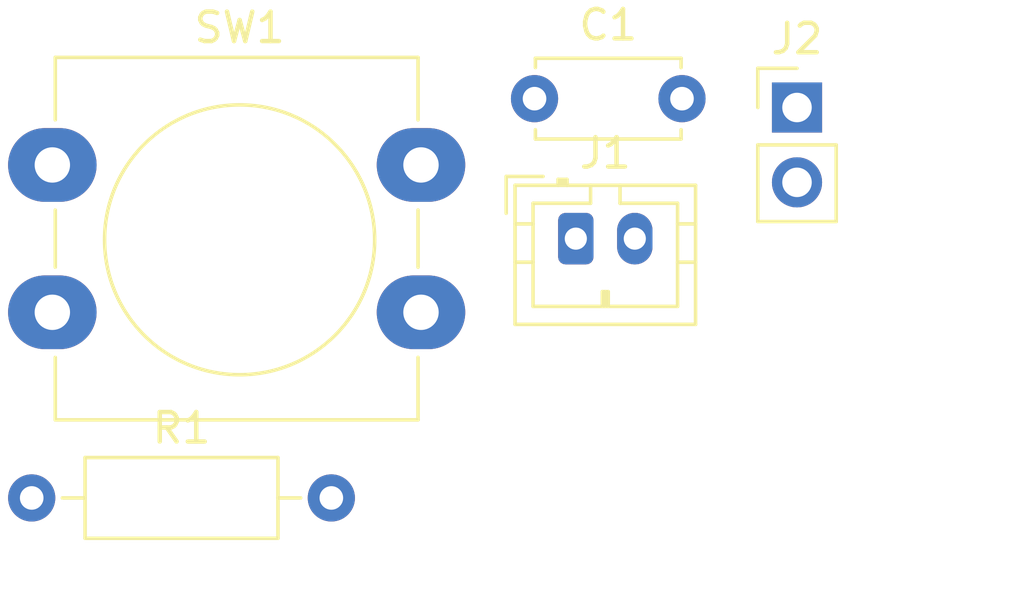
<source format=kicad_pcb>
(kicad_pcb (version 20211014) (generator pcbnew)
  (layers (0 "F.Cu" signal) (31 "B.Cu" signal) (34 "B.Paste" user) (35 "F.Paste" user) (36 "B.SilkS" user "B.Silkscreen") (37 "F.SilkS" user "F.Silkscreen") (38 "B.Mask" user) (39 "F.Mask" user) (44 "Edge.Cuts" user))
  (net 0 "")
  (net 1 "Net-(C1-Pad1)")
  (net 2 "GND")
  (net 3 "Net-(J1-Pad2)")
  (footprint "Capacitor_THT:C_Disc_D4.7mm_W2.5mm_P5.00mm" (layer "F.Cu") (at 104 60.5)
    (fp_text reference "C1" (at 2.5 -2.5) (layer "F.SilkS"))
    (fp_text value "0.15")
    (fp_line (start 4.97 1.055) (end 4.97 1.37) (layer "F.SilkS") (width 0.12))
    (fp_line (start 0.03 -1.37) (end 0.03 -1.055) (layer "F.SilkS") (width 0.12))
    (fp_line (start 0.03 1.055) (end 0.03 1.37) (layer "F.SilkS") (width 0.12))
    (fp_line (start 0.03 -1.37) (end 4.97 -1.37) (layer "F.SilkS") (width 0.12))
    (fp_line (start 0.03 1.37) (end 4.97 1.37) (layer "F.SilkS") (width 0.12))
    (fp_line (start 4.97 -1.37) (end 4.97 -1.055) (layer "F.SilkS") (width 0.12))
    (pad "1" thru_hole circle (at 0 0) (size 1.6 1.6) (drill 0.8) (layers *.Cu *.Mask) (net 1 "Net-(C1-Pad1)"))
    (pad "2" thru_hole circle (at 5 0) (size 1.6 1.6) (drill 0.8) (layers *.Cu *.Mask) (net 2 "GND"))
  )
  (footprint "Connector_JST:JST_PH_B2B-PH-K_1x02_P2.00mm_Vertical" (layer "F.Cu") (at 105.4 65.25)
    (fp_text reference "J1" (at 1 -2.9) (layer "F.SilkS"))
    (fp_text value "Conn_01x02_Female")
    (fp_line (start -0.3 -1.81) (end -0.3 -2.01) (layer "F.SilkS") (width 0.12))
    (fp_line (start -2.06 0.8) (end -1.45 0.8) (layer "F.SilkS") (width 0.12))
    (fp_line (start -1.45 2.3) (end 3.45 2.3) (layer "F.SilkS") (width 0.12))
    (fp_line (start 3.45 -1.2) (end 1.5 -1.2) (layer "F.SilkS") (width 0.12))
    (fp_line (start -2.06 2.91) (end 4.06 2.91) (layer "F.SilkS") (width 0.12))
    (fp_line (start -2.36 -2.11) (end -2.36 -0.86) (layer "F.SilkS") (width 0.12))
    (fp_line (start 3.45 2.3) (end 3.45 -1.2) (layer "F.SilkS") (width 0.12))
    (fp_line (start -1.45 -1.2) (end -1.45 2.3) (layer "F.SilkS") (width 0.12))
    (fp_line (start -1.11 -2.11) (end -2.36 -2.11) (layer "F.SilkS") (width 0.12))
    (fp_line (start -0.3 -2.01) (end -0.6 -2.01) (layer "F.SilkS") (width 0.12))
    (fp_line (start 0.9 2.3) (end 0.9 1.8) (layer "F.SilkS") (width 0.12))
    (fp_line (start 1.1 1.8) (end 1.1 2.3) (layer "F.SilkS") (width 0.12))
    (fp_line (start 4.06 2.91) (end 4.06 -1.81) (layer "F.SilkS") (width 0.12))
    (fp_line (start 1 2.3) (end 1 1.8) (layer "F.SilkS") (width 0.12))
    (fp_line (start 0.5 -1.2) (end -1.45 -1.2) (layer "F.SilkS") (width 0.12))
    (fp_line (start 1.5 -1.2) (end 1.5 -1.81) (layer "F.SilkS") (width 0.12))
    (fp_line (start -0.6 -2.01) (end -0.6 -1.81) (layer "F.SilkS") (width 0.12))
    (fp_line (start 0.9 1.8) (end 1.1 1.8) (layer "F.SilkS") (width 0.12))
    (fp_line (start -2.06 -0.5) (end -1.45 -0.5) (layer "F.SilkS") (width 0.12))
    (fp_line (start 0.5 -1.81) (end 0.5 -1.2) (layer "F.SilkS") (width 0.12))
    (fp_line (start 4.06 0.8) (end 3.45 0.8) (layer "F.SilkS") (width 0.12))
    (fp_line (start -2.06 -1.81) (end -2.06 2.91) (layer "F.SilkS") (width 0.12))
    (fp_line (start 4.06 -0.5) (end 3.45 -0.5) (layer "F.SilkS") (width 0.12))
    (fp_line (start 4.06 -1.81) (end -2.06 -1.81) (layer "F.SilkS") (width 0.12))
    (fp_line (start -0.3 -1.91) (end -0.6 -1.91) (layer "F.SilkS") (width 0.12))
    (pad "1" thru_hole roundrect (at 0 0) (size 1.2 1.75) (drill 0.75) (layers *.Cu *.Mask) (roundrect_rratio 0.208333) (net 2 "GND"))
    (pad "2" thru_hole oval (at 2 0) (size 1.2 1.75) (drill 0.75) (layers *.Cu *.Mask) (net 3 "Net-(J1-Pad2)"))
  )
  (footprint "Connector_PinHeader_2.54mm:PinHeader_1x02_P2.54mm_Vertical" (layer "F.Cu") (at 112.9 60.8)
    (fp_text reference "J2" (at 0 -2.33) (layer "F.SilkS"))
    (fp_text value "Conn_01x02_Female")
    (fp_line (start -1.33 1.27) (end -1.33 3.87) (layer "F.SilkS") (width 0.12))
    (fp_line (start -1.33 1.27) (end 1.33 1.27) (layer "F.SilkS") (width 0.12))
    (fp_line (start -1.33 0) (end -1.33 -1.33) (layer "F.SilkS") (width 0.12))
    (fp_line (start -1.33 3.87) (end 1.33 3.87) (layer "F.SilkS") (width 0.12))
    (fp_line (start -1.33 -1.33) (end 0 -1.33) (layer "F.SilkS") (width 0.12))
    (fp_line (start 1.33 1.27) (end 1.33 3.87) (layer "F.SilkS") (width 0.12))
    (pad "1" thru_hole rect (at 0 0) (size 1.7 1.7) (drill 1) (layers *.Cu *.Mask) (net 1 "Net-(C1-Pad1)"))
    (pad "2" thru_hole oval (at 0 2.54) (size 1.7 1.7) (drill 1) (layers *.Cu *.Mask) (net 1 "Net-(C1-Pad1)"))
  )
  (footprint "Resistor_THT:R_Axial_DIN0207_L6.3mm_D2.5mm_P10.16mm_Horizontal" (layer "F.Cu") (at 86.95 74.05)
    (fp_text reference "R1" (at 5.08 -2.37) (layer "F.SilkS"))
    (fp_text value "10k")
    (fp_line (start 8.35 1.37) (end 8.35 -1.37) (layer "F.SilkS") (width 0.12))
    (fp_line (start 1.81 1.37) (end 8.35 1.37) (layer "F.SilkS") (width 0.12))
    (fp_line (start 9.12 0) (end 8.35 0) (layer "F.SilkS") (width 0.12))
    (fp_line (start 8.35 -1.37) (end 1.81 -1.37) (layer "F.SilkS") (width 0.12))
    (fp_line (start 1.04 0) (end 1.81 0) (layer "F.SilkS") (width 0.12))
    (fp_line (start 1.81 -1.37) (end 1.81 1.37) (layer "F.SilkS") (width 0.12))
    (pad "1" thru_hole circle (at 0 0) (size 1.6 1.6) (drill 0.8) (layers *.Cu *.Mask) (net 3 "Net-(J1-Pad2)"))
    (pad "2" thru_hole oval (at 10.16 0) (size 1.6 1.6) (drill 0.8) (layers *.Cu *.Mask) (net 1 "Net-(C1-Pad1)"))
  )
  (footprint "Button_Switch_THT:SW_PUSH-12mm_Wuerth-430476085716" (layer "F.Cu") (at 87.65 62.75)
    (fp_text reference "SW1" (at 6.35 -4.66) (layer "F.SilkS"))
    (fp_text value "SW_Push")
    (fp_line (start 12.4 -3.65) (end 12.4 -1.53) (layer "F.SilkS") (width 0.12))
    (fp_line (start 12.4 8.65) (end 0.1 8.65) (layer "F.SilkS") (width 0.12))
    (fp_line (start 12.4 6.53) (end 12.4 8.65) (layer "F.SilkS") (width 0.12))
    (fp_line (start 12.4 1.53) (end 12.4 3.47) (layer "F.SilkS") (width 0.12))
    (fp_line (start 0.1 3.47) (end 0.1 1.53) (layer "F.SilkS") (width 0.12))
    (fp_line (start 0.1 -3.65) (end 12.4 -3.65) (layer "F.SilkS") (width 0.12))
    (fp_line (start 0.1 -1.53) (end 0.1 -3.65) (layer "F.SilkS") (width 0.12))
    (fp_line (start 0.1 8.65) (end 0.1 6.53) (layer "F.SilkS") (width 0.12))
    (fp_circle (center 6.35 2.54) (end 10.92905 2.54) (layer "F.SilkS") (width 0.12) (fill none))
    (pad "1" thru_hole oval (at 12.5 0) (size 3 2.5) (drill 1.2) (layers *.Cu *.Mask) (net 2 "GND"))
    (pad "1" thru_hole oval (at 0 0) (size 3 2.5) (drill 1.2) (layers *.Cu *.Mask) (net 2 "GND"))
    (pad "2" thru_hole oval (at 12.5 5) (size 3 2.5) (drill 1.2) (layers *.Cu *.Mask) (net 1 "Net-(C1-Pad1)"))
    (pad "2" thru_hole oval (at 0 5) (size 3 2.5) (drill 1.2) (layers *.Cu *.Mask) (net 1 "Net-(C1-Pad1)"))
  )
)
</source>
